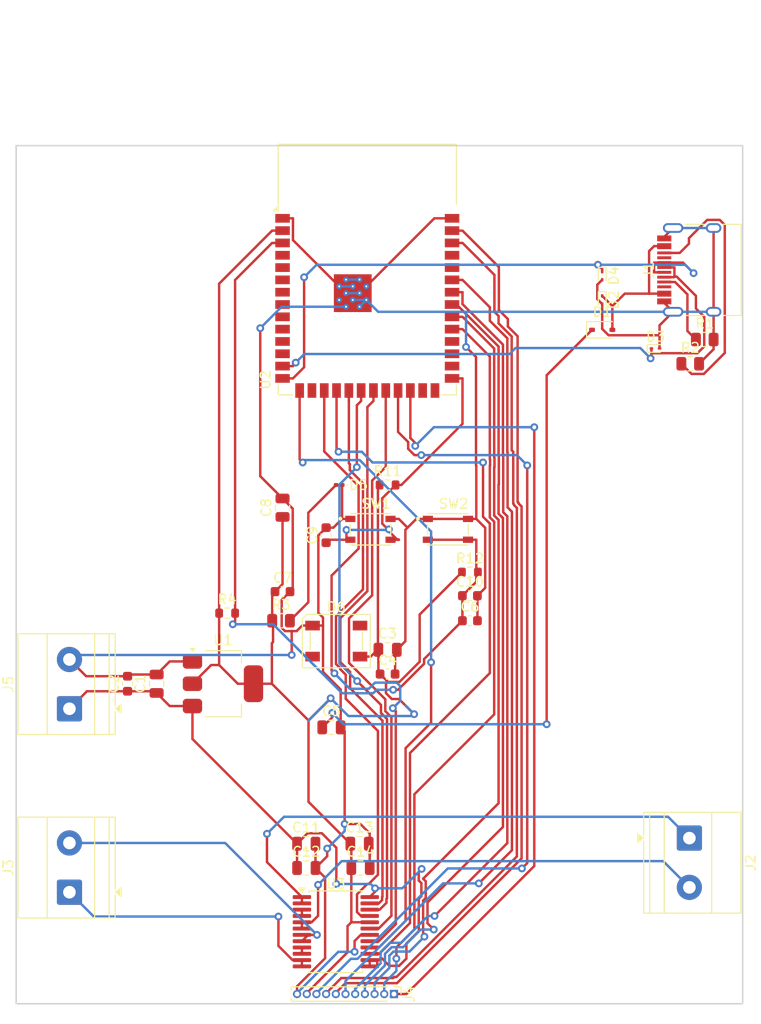
<source format=kicad_pcb>
(kicad_pcb (version 20241229) (generator "pcbnew") (generator_version "9.0")
  (layers (0 "F.Cu" signal) (2 "B.Cu" signal) (13 "F.Paste" user) (15 "B.Paste" user) (5 "F.SilkS" user "F.Silkscreen") (7 "B.SilkS" user "B.Silkscreen") (1 "F.Mask" user) (3 "B.Mask" user) (25 "Edge.Cuts" user))
  (net 0 "")
  (net 1 "D-")
  (net 2 "Net-(D1-A)")
  (net 3 "GPIO0")
  (net 4 "Net-(D5-A)")
  (net 6 "Net-(J1-CC2)")
  (net 7 "Net-(J1-CC1)")
  (net 9 "CHIP_PU")
  (net 10 "D+")
  (net 12 "VCC_BAT_7V4")
  (net 13 "GND")
  (net 14 "Net-(J2-Pin_2)")
  (net 15 "VCC_5V")
  (net 16 "ESP_3V3")
  (net 17 "RGB")
  (net 20 "Net-(J2-Pin_1)")
  (net 22 "Net-(J3-Pin_2)")
  (net 23 "Net-(J3-Pin_1)")
  (net 24 "SENS_D4")
  (net 30 "SENS_D2")
  (net 31 "SENS_D5")
  (net 35 "SENS_D1")
  (net 36 "SENS_D3")
  (net 37 "SENS_D7")
  (net 39 "SENS_IR")
  (net 41 "SENS_D6")
  (net 42 "SENS_D0")
  (net 43 "BIN1")
  (net 45 "AIN1")
  (net 48 "STBY")
  (net 49 "PWMA")
  (net 51 "BIN2")
  (net 52 "PWMB")
  (net 53 "AIN2")
  (net 54 "Net-(U3-PGND1-Pad3)")
  (net 55 "Net-(U3-PGND2-Pad10)")
  (footprint "TerminalBlock_Phoenix:TerminalBlock_Phoenix_MKDS-1,5-2-5.08_1x02_P5.08mm_Horizontal" (layer "F.Cu") (at 58 99 90)
    (property "Reference" "J3")
    (property "Value" "Motor 2")
  )
  (footprint "Package_SO:SSOP-24_5.3x8.2mm_P0.65mm" (layer "F.Cu") (at 85.5 103.075)
    (property "Reference" "U3")
    (property "Value" "TB6612FNG")
  )
  (footprint "Resistor_SMD:R_0805_2012Metric" (layer "F.Cu") (at 123.5875 42)
    (property "Reference" "R1")
    (property "Value" "5k1")
  )
  (footprint "Diode_SMD:D_SOD-323" (layer "F.Cu") (at 113 41)
    (property "Reference" "D1")
    (property "Value" "1N5819WS")
  )
  (footprint "Connector_PinHeader_1.00mm:PinHeader_1x11_P1.00mm_Vertical" (layer "F.Cu") (at 91.5 109.5 -90)
    (property "Reference" "J4")
    (property "Value" "SENSOR")
  )
  (footprint "Capacitor_SMD:C_0805_2012Metric" (layer "F.Cu") (at 88.05 96.5)
    (property "Reference" "C14")
    (property "Value" "10µF")
  )
  (footprint "Connector_USB:USB_C_Receptacle_HRO_TYPE-C-31-M-12" (layer "F.Cu") (at 123.45 34.82 90)
    (property "Reference" "J1")
    (property "Value" "USB_C_Receptacle_USB2.0_16P")
  )
  (footprint "PTS810_SJM_250_SMTR_LFS:SW_PTS810_SJM_250_SMTR_LFS" (layer "F.Cu") (at 97.075 61.575)
    (property "Reference" "SW2")
    (property "Value" "RST")
  )
  (footprint "Diode_SMD:D_SOD-923" (layer "F.Cu") (at 118.5 42.92)
    (property "Reference" "D3")
    (property "Value" "ESD9B5.0ST5G")
  )
  (footprint "RF_Module:ESP32-S3-WROOM-1" (layer "F.Cu") (at 88.75 34.76)
    (property "Reference" "U2")
    (property "Value" "ESP32-S3-WROOM-1")
  )
  (footprint "Capacitor_SMD:C_0805_2012Metric" (layer "F.Cu") (at 67 77.5 90)
    (property "Reference" "C1")
    (property "Value" "10µF")
  )
  (footprint "Capacitor_SMD:C_0603_1608Metric" (layer "F.Cu") (at 99.3406 68.4203)
    (property "Reference" "C10")
    (property "Value" "0.1µF")
  )
  (footprint "Diode_SMD:D_SOD-923" (layer "F.Cu") (at 113 37.92 -90)
    (property "Reference" "D2")
    (property "Value" "ESD9B5.0ST5G")
  )
  (footprint "Capacitor_SMD:C_0603_1608Metric" (layer "F.Cu") (at 64 77.5 90)
    (property "Reference" "C2")
    (property "Value" "0.1µF")
  )
  (footprint "Capacitor_SMD:C_0603_1608Metric" (layer "F.Cu") (at 90.845 76.5)
    (property "Reference" "C4")
    (property "Value" "0.1µF")
  )
  (footprint "Capacitor_SMD:C_0805_2012Metric" (layer "F.Cu") (at 87.95 94)
    (property "Reference" "C13")
    (property "Value" "0.1µF")
  )
  (footprint "Capacitor_SMD:C_0805_2012Metric" (layer "F.Cu") (at 85.05 82)
    (property "Reference" "C5")
    (property "Value" "10µF")
  )
  (footprint "LED_SMD:LED_0201_0603Metric" (layer "F.Cu") (at 85.845 57 180)
    (property "Reference" "D5")
    (property "Value" "PWR LED")
  )
  (footprint "Capacitor_SMD:C_0603_1608Metric" (layer "F.Cu") (at 80 68)
    (property "Reference" "C7")
    (property "Value" "0.1µF")
  )
  (footprint "Resistor_SMD:R_0805_2012Metric" (layer "F.Cu") (at 79.845 71)
    (property "Reference" "R3")
    (property "Value" "75")
  )
  (footprint "Capacitor_SMD:C_0603_1608Metric" (layer "F.Cu") (at 84.5 62.18 90)
    (property "Reference" "C9")
    (property "Value" "0.1µF")
  )
  (footprint "TerminalBlock_Phoenix:TerminalBlock_Phoenix_MKDS-1,5-2-5.08_1x02_P5.08mm_Horizontal" (layer "F.Cu") (at 122 93.42 -90)
    (property "Reference" "J2")
    (property "Value" "Motor 1")
  )
  (footprint "Capacitor_SMD:C_0805_2012Metric" (layer "F.Cu") (at 82.45 96.5)
    (property "Reference" "C12")
    (property "Value" "10µF")
  )
  (footprint "Resistor_SMD:R_0805_2012Metric" (layer "F.Cu") (at 122.0875 44.5)
    (property "Reference" "R2")
    (property "Value" "5k1")
  )
  (footprint "Resistor_SMD:R_0603_1608Metric" (layer "F.Cu") (at 90.845 57)
    (property "Reference" "R11")
    (property "Value" "10k")
  )
  (footprint "PTS810_SJM_250_SMTR_LFS:SW_PTS810_SJM_250_SMTR_LFS" (layer "F.Cu") (at 89.075 61.575)
    (property "Reference" "SW1")
    (property "Value" "BOOT")
  )
  (footprint "TerminalBlock_Phoenix:TerminalBlock_Phoenix_MKDS-1,5-2-5.08_1x02_P5.08mm_Horizontal" (layer "F.Cu") (at 58 80.08 90)
    (property "Reference" "J5")
    (property "Value" "BAT")
  )
  (footprint "Capacitor_SMD:C_0603_1608Metric" (layer "F.Cu") (at 99.345 71)
    (property "Reference" "C6")
    (property "Value" "1µF")
  )
  (footprint "Capacitor_SMD:C_0805_2012Metric" (layer "F.Cu") (at 90.845 74)
    (property "Reference" "C3")
    (property "Value" "10µF")
  )
  (footprint "Resistor_SMD:R_0603_1608Metric" (layer "F.Cu") (at 74.28 70.22)
    (property "Reference" "R4")
    (property "Value" "10k")
  )
  (footprint "Capacitor_SMD:C_0805_2012Metric" (layer "F.Cu") (at 80 59.345 90)
    (property "Reference" "C8")
    (property "Value" "10µF")
  )
  (footprint "Package_TO_SOT_SMD:SOT-223-3_TabPin2" (layer "F.Cu") (at 73.85 77.5)
    (property "Reference" "U1")
    (property "Value" "AMS1117-3.3")
  )
  (footprint "Resistor_SMD:R_0603_1608Metric" (layer "F.Cu") (at 99.345 66)
    (property "Reference" "R12")
    (property "Value" "10k")
  )
  (footprint "LED_SMD:LED_SK6812_PLCC4_5.0x5.0mm_P3.2mm" (layer "F.Cu") (at 85.55 73.1)
    (property "Reference" "D6")
    (property "Value" "SK6812")
  )
  (footprint "Diode_SMD:D_SOD-923" (layer "F.Cu") (at 113 35.42 -90)
    (property "Reference" "D4")
    (property "Value" "ESD9B5.0ST5G")
  )
  (footprint "Capacitor_SMD:C_0805_2012Metric" (layer "F.Cu") (at 82.45 94)
    (property "Reference" "C11")
    (property "Value" "0.1µF")
  )
  (gr_rect (start 52.5 22) (end 127.5 110.5) (stroke (width 0.15)) (fill no) (layer "Edge.Cuts"))
  (segment (start 120.4567 35.5131) (end 120.4567 34.57) (width 0.25) (layer "F.Cu") (net 1))
  (segment (start 122.8341 43.4121) (end 123.5332 42.713) (width 0.25) (layer "F.Cu") (net 1))
  (segment (start 122.675 37.5008) (end 120.6873 35.5131) (width 0.25) (layer "F.Cu") (net 1))
  (segment (start 123.5332 39.6529) (end 122.675 38.7947) (width 0.25) (layer "F.Cu") (net 1))
  (segment (start 119.405 35.57) (end 120.3998 35.57) (width 0.25) (layer "F.Cu") (net 1))
  (segment (start 119.405 34.57) (end 120.4567 34.57) (width 0.25) (layer "F.Cu") (net 1))
  (segment (start 123.5332 42.713) (end 123.5332 39.6529) (width 0.25) (layer "F.Cu") (net 1))
  (segment (start 120.6873 35.5131) (end 120.4567 35.5131) (width 0.25) (layer "F.Cu") (net 1))
  (segment (start 80 44.74) (end 81.0767 44.74) (width 0.25) (layer "F.Cu") (net 1))
  (segment (start 120.3998 35.57) (end 120.4567 35.5131) (width 0.25) (layer "F.Cu") (net 1))
  (segment (start 118.08 43.4121) (end 122.8341 43.4121) (width 0.25) (layer "F.Cu") (net 1))
  (segment (start 81.0767 44.6653) (end 81.3587 44.3833) (width 0.25) (layer "F.Cu") (net 1))
  (segment (start 117.9969 43.9444) (end 118.08 43.8613) (width 0.25) (layer "F.Cu") (net 1))
  (segment (start 81.0767 44.74) (end 81.0767 44.6653) (width 0.25) (layer "F.Cu") (net 1))
  (segment (start 122.675 38.7947) (end 122.675 37.5008) (width 0.25) (layer "F.Cu") (net 1))
  (segment (start 118.08 43.4121) (end 118.08 42.92) (width 0.25) (layer "F.Cu") (net 1))
  (segment (start 118.08 43.8613) (end 118.08 43.4121) (width 0.25) (layer "F.Cu") (net 1))
  (via (at 81.3587 44.3833) (size 0.8) (drill 0.4) (layers "F.Cu" "B.Cu") (net 1))
  (via (at 117.9969 43.9444) (size 0.8) (drill 0.4) (layers "F.Cu" "B.Cu") (net 1))
  (segment (start 104.0436 42.88) (end 103.4271 43.4965) (width 0.25) (layer "B.Cu") (net 1))
  (segment (start 117.9969 43.9444) (end 116.9325 42.88) (width 0.25) (layer "B.Cu") (net 1))
  (segment (start 103.4271 43.4965) (end 82.2455 43.4965) (width 0.25) (layer "B.Cu") (net 1))
  (segment (start 116.9325 42.88) (end 104.0436 42.88) (width 0.25) (layer "B.Cu") (net 1))
  (segment (start 82.2455 43.4965) (end 81.3587 44.3833) (width 0.25) (layer "B.Cu") (net 1))
  (segment (start 117.8426 32.8807) (end 118.3533 32.37) (width 0.25) (layer "F.Cu") (net 2))
  (segment (start 115.33 37.27) (end 117.8426 37.27) (width 0.25) (layer "F.Cu") (net 2))
  (segment (start 114.05 38.55) (end 115.33 37.27) (width 0.25) (layer "F.Cu") (net 2))
  (segment (start 114.05 38.55) (end 113 37.5) (width 0.25) (layer "F.Cu") (net 2))
  (segment (start 117.8426 37.27) (end 119.405 37.27) (width 0.25) (layer "F.Cu") (net 2))
  (segment (start 114.05 41) (end 114.05 38.55) (width 0.25) (layer "F.Cu") (net 2))
  (segment (start 117.8426 37.27) (end 117.8426 32.8807) (width 0.25) (layer "F.Cu") (net 2))
  (segment (start 119.405 32.37) (end 118.3533 32.37) (width 0.25) (layer "F.Cu") (net 2))
  (segment (start 92.0002 62.6483) (end 91.9621 62.6102) (width 0.25) (layer "F.Cu") (net 3))
  (segment (start 90.9753 61.575) (end 90.8773 61.575) (width 0.25) (layer "F.Cu") (net 3))
  (segment (start 86.6005 62.65) (end 86.6005 61.6344) (width 0.25) (layer "F.Cu") (net 3))
  (segment (start 92.2671 57) (end 98.5767 50.6904) (width 0.25) (layer "F.Cu") (net 3))
  (segment (start 97.5 46.01) (end 98.5767 46.01) (width 0.25) (layer "F.Cu") (net 3))
  (segment (start 98.5767 50.6904) (end 98.5767 46.01) (width 0.25) (layer "F.Cu") (net 3))
  (segment (start 92.0017 62.65) (end 92.0017 62.6499) (width 0.25) (layer "F.Cu") (net 3))
  (segment (start 90.8773 61.575) (end 90.2983 60.996) (width 0.25) (layer "F.Cu") (net 3))
  (segment (start 84.805 62.65) (end 86.6005 62.65) (width 0.25) (layer "F.Cu") (net 3))
  (segment (start 91.8146 62.6102) (end 90.9753 61.7709) (width 0.25) (layer "F.Cu") (net 3))
  (segment (start 84.5 62.955) (end 84.805 62.65) (width 0.25) (layer "F.Cu") (net 3))
  (segment (start 92.0017 62.6499) (end 92.0002 62.6484) (width 0.25) (layer "F.Cu") (net 3))
  (segment (start 90.2983 58.3717) (end 91.67 57) (width 0.25) (layer "F.Cu") (net 3))
  (segment (start 90.2983 60.996) (end 90.2983 58.3717) (width 0.25) (layer "F.Cu") (net 3))
  (segment (start 91.9621 62.6102) (end 91.8146 62.6102) (width 0.25) (layer "F.Cu") (net 3))
  (segment (start 92.0002 62.6484) (end 92.0002 62.6483) (width 0.25) (layer "F.Cu") (net 3))
  (segment (start 90.9753 61.7709) (end 90.9753 61.575) (width 0.25) (layer "F.Cu") (net 3))
  (segment (start 91.67 57) (end 92.2671 57) (width 0.25) (layer "F.Cu") (net 3))
  (segment (start 91.15 62.65) (end 92.0017 62.65) (width 0.25) (layer "F.Cu") (net 3))
  (segment (start 86.6005 62.65) (end 87 62.65) (width 0.25) (layer "F.Cu") (net 3))
  (via (at 90.9753 61.575) (size 0.8) (drill 0.4) (layers "F.Cu" "B.Cu") (net 3))
  (via (at 86.6005 61.6344) (size 0.8) (drill 0.4) (layers "F.Cu" "B.Cu") (net 3))
  (segment (start 90.9159 61.6344) (end 90.9753 61.575) (width 0.25) (layer "B.Cu") (net 3))
  (segment (start 86.6005 61.6344) (end 90.9159 61.6344) (width 0.25) (layer "B.Cu") (net 3))
  (segment (start 82.661 69.0965) (end 82.661 59.864) (width 0.25) (layer "F.Cu") (net 4))
  (segment (start 80.7575 71) (end 82.661 69.0965) (width 0.25) (layer "F.Cu") (net 4))
  (segment (start 82.661 59.864) (end 85.525 57) (width 0.25) (layer "F.Cu") (net 4))
  (segment (start 125.6542 43.3847) (end 125.6542 30.1802) (width 0.25) (layer "F.Cu") (net 6))
  (segment (start 123.4923 45.5466) (end 125.6542 43.3847) (width 0.25) (layer "F.Cu") (net 6))
  (segment (start 125.1357 29.6617) (end 123.8435 29.6617) (width 0.25) (layer "F.Cu") (net 6))
  (segment (start 122.2216 45.5466) (end 123.4923 45.5466) (width 0.25) (layer "F.Cu") (net 6))
  (segment (start 121.0048 33.07) (end 119.405 33.07) (width 0.25) (layer "F.Cu") (net 6))
  (segment (start 125.6542 30.1802) (end 125.1357 29.6617) (width 0.25) (layer "F.Cu") (net 6))
  (segment (start 121.9538 32.121) (end 121.0048 33.07) (width 0.25) (layer "F.Cu") (net 6))
  (segment (start 123.8435 29.6617) (end 121.9538 31.5514) (width 0.25) (layer "F.Cu") (net 6))
  (segment (start 121.9538 31.5514) (end 121.9538 32.121) (width 0.25) (layer "F.Cu") (net 6))
  (segment (start 121.175 44.5) (end 122.2216 45.5466) (width 0.25) (layer "F.Cu") (net 6))
  (segment (start 121.7973 41.1223) (end 122.675 42) (width 0.25) (layer "F.Cu") (net 7))
  (segment (start 119.405 36.07) (end 120.5214 36.07) (width 0.25) (layer "F.Cu") (net 7))
  (segment (start 121.7973 37.3459) (end 121.7973 41.1223) (width 0.25) (layer "F.Cu") (net 7))
  (segment (start 120.5214 36.07) (end 121.7973 37.3459) (width 0.25) (layer "F.Cu") (net 7))
  (segment (start 78.9233 32.04) (end 75.105 35.8583) (width 0.25) (layer "F.Cu") (net 9))
  (segment (start 100.0017 62.65) (end 100.0017 65.6252) (width 0.25) (layer "F.Cu") (net 9))
  (segment (start 98.57 68.4247) (end 98.57 71) (width 0.25) (layer "F.Cu") (net 9))
  (segment (start 100.0017 65.8317) (end 100.17 66) (width 0.25) (layer "F.Cu") (net 9))
  (segment (start 75.105 71.1236) (end 75.105 70.22) (width 0.25) (layer "F.Cu") (net 9))
  (segment (start 94.6107 74.9593) (end 94.6107 75.4391) (width 0.25) (layer "F.Cu") (net 9))
  (segment (start 75.105 35.8583) (end 75.105 70.22) (width 0.25) (layer "F.Cu") (net 9))
  (segment (start 98.5656 68.4203) (end 100.0017 66.9842) (width 0.25) (layer "F.Cu") (net 9))
  (segment (start 91.928 78.1218) (end 91.4174 78.1218) (width 0.25) (layer "F.Cu") (net 9))
  (segment (start 100.0017 65.6252) (end 100.0017 65.8317) (width 0.25) (layer "F.Cu") (net 9))
  (segment (start 98.5656 68.4203) (end 98.57 68.4247) (width 0.25) (layer "F.Cu") (net 9))
  (segment (start 98.57 71) (end 94.6107 74.9593) (width 0.25) (layer "F.Cu") (net 9))
  (segment (start 94.6107 75.4391) (end 91.928 78.1218) (width 0.25) (layer "F.Cu") (net 9))
  (segment (start 74.8637 71.3649) (end 75.105 71.1236) (width 0.25) (layer "F.Cu") (net 9))
  (segment (start 99.15 62.65) (end 100.0017 62.65) (width 0.25) (layer "F.Cu") (net 9))
  (segment (start 80 32.04) (end 78.9233 32.04) (width 0.25) (layer "F.Cu") (net 9))
  (segment (start 99.15 62.65) (end 95 62.65) (width 0.25) (layer "F.Cu") (net 9))
  (segment (start 100.0017 66.9842) (end 100.0017 65.6252) (width 0.25) (layer "F.Cu") (net 9))
  (via (at 91.4174 78.1218) (size 0.8) (drill 0.4) (layers "F.Cu" "B.Cu") (net 9))
  (via (at 74.8637 71.3649) (size 0.8) (drill 0.4) (layers "F.Cu" "B.Cu") (net 9))
  (segment (start 89.3633 78.4783) (end 86.1431 78.4783) (width 0.25) (layer "B.Cu") (net 9))
  (segment (start 89.7198 78.1218) (end 91.4174 78.1218) (width 0.25) (layer "B.Cu") (net 9))
  (segment (start 89.5327 78.3089) (end 89.7198 78.1218) (width 0.25) (layer "B.Cu") (net 9))
  (segment (start 89.5327 78.3089) (end 89.3633 78.4783) (width 0.25) (layer "B.Cu") (net 9))
  (segment (start 89.5327 78.3089) (end 89.7198 78.1218) (width 0.25) (layer "B.Cu") (net 9))
  (segment (start 86.1431 78.4783) (end 79.0297 71.3649) (width 0.25) (layer "B.Cu") (net 9))
  (segment (start 79.0297 71.3649) (end 74.8637 71.3649) (width 0.25) (layer "B.Cu") (net 9))
  (segment (start 118.3533 34.07) (end 118.3533 35.07) (width 0.25) (layer "F.Cu") (net 10))
  (segment (start 82.2264 44.8603) (end 82.2264 35.5765) (width 0.25) (layer "F.Cu") (net 10))
  (segment (start 119.405 34.07) (end 118.3533 34.07) (width 0.25) (layer "F.Cu") (net 10))
  (segment (start 119.405 35.07) (end 118.3533 35.07) (width 0.25) (layer "F.Cu") (net 10))
  (segment (start 113 35) (end 113 34.7336) (width 0.25) (layer "F.Cu") (net 10))
  (segment (start 81.0767 46.01) (end 82.2264 44.8603) (width 0.25) (layer "F.Cu") (net 10))
  (segment (start 122.4327 35.1542) (end 121.3485 34.07) (width 0.25) (layer "F.Cu") (net 10))
  (segment (start 80 46.01) (end 81.0767 46.01) (width 0.25) (layer "F.Cu") (net 10))
  (segment (start 113 34.7336) (end 112.5577 34.2913) (width 0.25) (layer "F.Cu") (net 10))
  (segment (start 121.3485 34.07) (end 119.405 34.07) (width 0.25) (layer "F.Cu") (net 10))
  (via (at 112.5577 34.2913) (size 0.8) (drill 0.4) (layers "F.Cu" "B.Cu") (net 10))
  (via (at 82.2264 35.5765) (size 0.8) (drill 0.4) (layers "F.Cu" "B.Cu") (net 10))
  (via (at 122.4327 35.1542) (size 0.8) (drill 0.4) (layers "F.Cu" "B.Cu") (net 10))
  (segment (start 83.5116 34.2913) (end 112.5577 34.2913) (width 0.25) (layer "B.Cu") (net 10))
  (segment (start 121.5698 34.2913) (end 122.4327 35.1542) (width 0.25) (layer "B.Cu") (net 10))
  (segment (start 82.2264 35.5765) (end 83.5116 34.2913) (width 0.25) (layer "B.Cu") (net 10))
  (segment (start 112.5577 34.2913) (end 121.5698 34.2913) (width 0.25) (layer "B.Cu") (net 10))
  (segment (start 84.0586 92.9189) (end 82.5811 92.9189) (width 0.25) (layer "F.Cu") (net 12))
  (segment (start 70.7 79.8) (end 70.7 83.2) (width 0.25) (layer "F.Cu") (net 12))
  (segment (start 90.09 105.8253) (end 89.7774 106.1379) (width 0.25) (layer "F.Cu") (net 12))
  (segment (start 89 99.5) (end 89.5488 98.9512) (width 0.25) (layer "F.Cu") (net 12))
  (segment (start 82.5811 92.9189) (end 81.5 94) (width 0.25) (layer "F.Cu") (net 12))
  (segment (start 94.0675 97.7955) (end 94.3321 98.0601) (width 0.25) (layer "F.Cu") (net 12))
  (segment (start 94.0675 97.7955) (end 94.0633 97.7913) (width 0.25) (layer "F.Cu") (net 12))
  (segment (start 85.5564 98.1531) (end 85.5564 94.4167) (width 0.25) (layer "F.Cu") (net 12))
  (segment (start 91.0269 106.5891) (end 90.2631 105.8253) (width 0.25) (layer "F.Cu") (net 12))
  (segment (start 70.7 83.2) (end 81.5 94) (width 0.25) (layer "F.Cu") (net 12))
  (segment (start 89.5488 98.9512) (end 89.5488 98.5989) (width 0.25) (layer "F.Cu") (net 12))
  (segment (start 92.0385 106.5891) (end 91.0269 106.5891) (width 0.25) (layer "F.Cu") (net 12))
  (segment (start 94.0633 99.6793) (end 94.0633 103.0155) (width 0.25) (layer "F.Cu") (net 12))
  (segment (start 89.7775 106.608) (end 89.7355 106.65) (width 0.25) (layer "F.Cu") (net 12))
  (segment (start 89.7355 106.65) (end 89 106.65) (width 0.25) (layer "F.Cu") (net 12))
  (segment (start 64 78.275) (end 66.825 78.275) (width 0.25) (layer "F.Cu") (net 12))
  (segment (start 66.825 78.275) (end 67 78.45) (width 0.25) (layer "F.Cu") (net 12))
  (segment (start 64 78.275) (end 59.805 78.275) (width 0.25) (layer "F.Cu") (net 12))
  (segment (start 81.5 96.5) (end 81.5 94) (width 0.25) (layer "F.Cu") (net 12))
  (segment (start 89 106.65) (end 89 106) (width 0.25) (layer "F.Cu") (net 12))
  (segment (start 89.7774 106.1379) (end 89.7774 106.5121) (width 0.25) (layer "F.Cu") (net 12))
  (segment (start 89.7775 106.5122) (end 89.7775 106.608) (width 0.25) (layer "F.Cu") (net 12))
  (segment (start 68.35 79.8) (end 70.7 79.8) (width 0.25) (layer "F.Cu") (net 12))
  (segment (start 94.3321 99.4105) (end 94.0633 99.6793) (width 0.25) (layer "F.Cu") (net 12))
  (segment (start 94.0633 97.7913) (end 94.0633 96.8957) (width 0.25) (layer "F.Cu") (net 12))
  (segment (start 59.805 78.275) (end 58 80.08) (width 0.25) (layer "F.Cu") (net 12))
  (segment (start 89.7774 106.5121) (end 89.7775 106.5122) (width 0.25) (layer "F.Cu") (net 12))
  (segment (start 92.7866 104.2922) (end 92.7866 105.841) (width 0.25) (layer "F.Cu") (net 12))
  (segment (start 94.3321 98.0601) (end 94.3321 99.4105) (width 0.25) (layer "F.Cu") (net 12))
  (segment (start 67 78.45) (end 68.35 79.8) (width 0.25) (layer "F.Cu") (net 12))
  (segment (start 94.0633 103.0155) (end 92.7866 104.2922) (width 0.25) (layer "F.Cu") (net 12))
  (segment (start 94.0675 97.7955) (end 94.0633 97.7913) (width 0.25) (layer "F.Cu") (net 12))
  (segment (start 85.5564 94.4167) (end 84.0586 92.9189) (width 0.25) (layer "F.Cu") (net 12))
  (segment (start 94.0633 96.8957) (end 94.3624 96.5966) (width 0.25) (layer "F.Cu") (net 12))
  (segment (start 90.2631 105.8253) (end 90.09 105.8253) (width 0.25) (layer "F.Cu") (net 12))
  (segment (start 92.7866 105.841) (end 92.0385 106.5891) (width 0.25) (layer "F.Cu") (net 12))
  (via (at 94.3624 96.5966) (size 0.8) (drill 0.4) (layers "F.Cu" "B.Cu") (net 12))
  (via (at 85.5564 98.1531) (size 0.8) (drill 0.4) (layers "F.Cu" "B.Cu") (net 12))
  (via (at 89.5488 98.5989) (size 0.8) (drill 0.4) (layers "F.Cu" "B.Cu") (net 12))
  (segment (start 89.1081 98.1531) (end 89.5495 98.5945) (width 0.25) (layer "B.Cu") (net 12))
  (segment (start 92.3645 98.5945) (end 89.5495 98.5945) (width 0.25) (layer "B.Cu") (net 12))
  (segment (start 89.5495 98.5945) (end 89.5495 98.5982) (width 0.25) (layer "B.Cu") (net 12))
  (segment (start 89.5495 98.5982) (end 89.5488 98.5989) (width 0.25) (layer "B.Cu") (net 12))
  (segment (start 85.5564 98.1531) (end 89.1081 98.1531) (width 0.25) (layer "B.Cu") (net 12))
  (segment (start 94.3624 96.5966) (end 92.3645 98.5945) (width 0.25) (layer "B.Cu") (net 12))
  (segment (start 64 76.725) (end 64.175 76.55) (width 0.25) (layer "F.Cu") (net 13))
  (segment (start 67 76.55) (end 68.35 75.2) (width 0.25) (layer "F.Cu") (net 13))
  (segment (start 112.4937 36.3463) (end 112.4937 37.8337) (width 0.25) (layer "F.Cu") (net 13))
  (segment (start 87.95 38.62) (end 87.95 37.22) (width 0.25) (layer "F.Cu") (net 13))
  (segment (start 91.62 74.175) (end 91.795 74) (width 0.25) (layer "F.Cu") (net 13))
  (segment (start 86.1483 57.0167) (end 86.1483 60.5) (width 0.25) (layer "F.Cu") (net 13))
  (segment (start 84.6093 95.2907) (end 83.4 96.5) (width 0.25) (layer "F.Cu") (net 13))
  (segment (start 92.9051 61.4033) (end 92.6797 61.6287) (width 0.25) (layer "F.Cu") (net 13))
  (segment (start 124.5 43) (end 123 44.5) (width 0.25) (layer "F.Cu") (net 13))
  (segment (start 118.92 40.54) (end 118.92 41.5612) (width 0.25) (layer "F.Cu") (net 13))
  (segment (start 99.9729 43.8008) (end 99.9729 54.9802) (width 0.25) (layer "F.Cu") (net 13))
  (segment (start 92.2838 73.5112) (end 91.795 74) (width 0.25) (layer "F.Cu") (net 13))
  (segment (start 100.0017 60.5) (end 100.9217 61.42) (width 0.25) (layer "F.Cu") (net 13))
  (segment (start 84.5 61.405) (end 83.6955 62.2095) (width 0.25) (layer "F.Cu") (net 13))
  (segment (start 84.6093 94.4973) (end 84.6093 95.2907) (width 0.25) (layer "F.Cu") (net 13))
  (segment (start 84.1767 76.2743) (end 86 78.0976) (width 0.25) (layer "F.Cu") (net 13))
  (segment (start 58 75) (end 59.725 76.725) (width 0.25) (layer "F.Cu") (net 13))
  (segment (start 112.4937 37.8337) (end 113 38.34) (width 0.25) (layer "F.Cu") (net 13))
  (segment (start 91.62 76.5) (end 91.62 74.175) (width 0.25) (layer "F.Cu") (net 13))
  (segment (start 81.0527 59.4477) (end 81.0527 67.7223) (width 0.25) (layer "F.Cu") (net 13))
  (segment (start 100.9217 61.42) (end 100.9217 67.6142) (width 0.25) (layer "F.Cu") (net 13))
  (segment (start 87.4383 104.033) (end 88.0713 103.4) (width 0.25) (layer "F.Cu") (net 13))
  (segment (start 118.92 41.5612) (end 113.6587 41.5612) (width 0.25) (layer "F.Cu") (net 13))
  (segment (start 99.9729 54.9802) (end 100.0017 55.009) (width 0.25) (layer "F.Cu") (net 13))
  (segment (start 80.2525 72.0729) (end 80.9471 72.0729) (width 0.25) (layer "F.Cu") (net 13))
  (segment (start 83.1 71.5) (end 84.1767 71.5) (width 0.25) (layer "F.Cu") (net 13))
  (segment (start 85.2433 61.405) (end 84.5 61.405) (width 0.25) (layer "F.Cu") (net 13))
  (segment (start 91.15 60.5) (end 92.0017 60.5) (width 0.25) (layer "F.Cu") (net 13))
  (segment (start 89 95.3) (end 89 96.5) (width 0.25) (layer "F.Cu") (net 13))
  (segment (start 86.413 91.9618) (end 86.413 82.413) (width 0.25) (layer "F.Cu") (net 13))
  (segment (start 95.67 29.5) (end 88.65 36.52) (width 0.25) (layer "F.Cu") (net 13))
  (segment (start 83.1 71.5) (end 82.0233 71.5) (width 0.25) (layer "F.Cu") (net 13))
  (segment (start 89 92.9319) (end 89 95.3) (width 0.25) (layer "F.Cu") (net 13))
  (segment (start 89 94.1) (end 89 95.3) (width 0.25) (layer "F.Cu") (net 13))
  (segment (start 118.92 42.92) (end 118.92 41.5612) (width 0.25) (layer "F.Cu") (net 13))
  (segment (start 93.8084 60.5) (end 92.9051 61.4033) (width 0.25) (layer "F.Cu") (net 13))
  (segment (start 80.9471 72.0729) (end 81.4504 72.0729) (width 0.25) (layer "F.Cu") (net 13))
  (segment (start 83.6955 70.1921) (end 84.1767 70.6733) (width 0.25) (layer "F.Cu") (net 13))
  (segment (start 59.725 76.725) (end 64 76.725) (width 0.25) (layer "F.Cu") (net 13))
  (segment (start 120.32 30.5) (end 119.405 31.415) (width 0.25) (layer "F.Cu") (net 13))
  (segment (start 84.3958 97.4958) (end 83.4 96.5) (width 0.25) (layer "F.Cu") (net 13))
  (segment (start 99.15 60.5) (end 100.0017 60.5) (width 0.25) (layer "F.Cu") (net 13))
  (segment (start 92.6797 73.1132) (end 92.2838 73.5091) (width 0.25) (layer "F.Cu") (net 13))
  (segment (start 64.175 76.55) (end 67 76.55) (width 0.25) (layer "F.Cu") (net 13))
  (segment (start 86.55 37.22) (end 86.55 38.62) (width 0.25) (layer "F.Cu") (net 13))
  (segment (start 95 60.5) (end 99.15 60.5) (width 0.25) (layer "F.Cu") (net 13))
  (segment (start 86 78.0976) (end 86 82) (width 0.25) (layer "F.Cu") (net 13))
  (segment (start 86.413 91.9618) (end 88.0299 91.9618) (width 0.25) (layer "F.Cu") (net 13))
  (segment (start 83.4 94) (end 83.4 96.5) (width 0.25) (layer "F.Cu") (net 13))
  (segment (start 119.405 38.225) (end 119.405 38.07) (width 0.25) (layer "F.Cu") (net 13))
  (segment (start 85.85 36.52) (end 85.85 37.92) (width 0.25) (layer "F.Cu") (net 13))
  (segment (start 92.0017 60.5) (end 92.9051 61.4033) (width 0.25) (layer "F.Cu") (net 13))
  (segment (start 113 35.84) (end 112.4937 36.3463) (width 0.25) (layer "F.Cu") (net 13))
  (segment (start 87.25 37.92) (end 87.25 37.22) (width 0.25) (layer "F.Cu") (net 13))
  (segment (start 81.4504 72.0729) (end 82.0233 71.5) (width 0.25) (layer "F.Cu") (net 13))
  (segment (start 124.5 42) (end 124.5 43) (width 0.25) (layer "F.Cu") (net 13))
  (segment (start 80 58.395) (end 81.0527 59.4477) (width 0.25) (layer "F.Cu") (net 13))
  (segment (start 92.6797 61.6287) (end 92.6797 73.1132) (width 0.25) (layer "F.Cu") (net 13))
  (segment (start 98.9418 42.7697) (end 99.9729 43.8008) (width 0.25) (layer "F.Cu") (net 13))
  (segment (start 84.3958 105.8083) (end 84.3958 97.4958) (width 0.25) (layer "F.Cu") (net 13))
  (segment (start 81.0767 31.7467) (end 85.85 36.52) (width 0.25) (layer "F.Cu") (net 13))
  (segment (start 86.165 57) (end 86.1483 57.0167) (width 0.25) (layer "F.Cu") (net 13))
  (segment (start 87.25 36.52) (end 87.25 37.22) (width 0.25) (layer "F.Cu") (net 13))
  (segment (start 87.4383 105.1445) (end 87.4383 104.033) (width 0.25) (layer "F.Cu") (net 13))
  (segment (start 79.9134 68.8616) (end 79.9134 71.7338) (width 0.25) (layer "F.Cu") (net 13))
  (segment (start 68.35 75.2) (end 70.7 75.2) (width 0.25) (layer "F.Cu") (net 13))
  (segment (start 87 60.5) (end 86.1483 60.5) (width 0.25) (layer "F.Cu") (net 13))
  (segment (start 80.775 68) (end 79.9134 68.8616) (width 0.25) (layer "F.Cu") (net 13))
  (segment (start 97.5 29.5) (end 95.67 29.5) (width 0.25) (layer "F.Cu") (net 13))
  (segment (start 124.5 39.14) (end 124.5 42) (width 0.25) (layer "F.Cu") (net 13))
  (segment (start 84.1767 71.5) (end 84.1767 76.2743) (width 0.25) (layer "F.Cu") (net 13))
  (segment (start 87.95 35.82) (end 87.95 37.22) (width 0.25) (layer "F.Cu") (net 13))
  (segment (start 100.9217 67.6142) (end 100.1156 68.4203) (width 0.25) (layer "F.Cu") (net 13))
  (segment (start 81.5 109.5) (end 81.5 108.7041) (width 0.25) (layer "F.Cu") (net 13))
  (segment (start 77.6987 40.8306) (end 77.6987 56.0937) (width 0.25) (layer "F.Cu") (net 13))
  (segment (start 88.9 94) (end 89 94.1) (width 0.25) (layer "F.Cu") (net 13))
  (segment (start 83.6955 62.2095) (end 83.6955 70.1921) (width 0.25) (layer "F.Cu") (net 13))
  (segment (start 84.1767 70.6733) (end 84.1767 71.5) (width 0.25) (layer "F.Cu") (net 13))
  (segment (start 88.0299 91.9618) (end 89 92.9319) (width 0.25) (layer "F.Cu") (net 13))
  (segment (start 86.413 82.413) (end 86 82) (width 0.25) (layer "F.Cu") (net 13))
  (segment (start 113 40.9025) (end 113 38.34) (width 0.25) (layer "F.Cu") (net 13))
  (segment (start 88.0713 103.4) (end 89 103.4) (width 0.25) (layer "F.Cu") (net 13))
  (segment (start 100.1156 68.4203) (end 100.12 68.4247) (width 0.25) (layer "F.Cu") (net 13))
  (segment (start 88.65 36.52) (end 88.65 37.92) (width 0.25) (layer "F.Cu") (net 13))
  (segment (start 81.0527 67.7223) (end 80.775 68) (width 0.25) (layer "F.Cu") (net 13))
  (segment (start 119.405 31.415) (end 119.405 31.57) (width 0.25) (layer "F.Cu") (net 13))
  (segment (start 79.9134 71.7338) (end 80.2525 72.0729) (width 0.25) (layer "F.Cu") (net 13))
  (segment (start 80.9471 72.0729) (end 80.9471 74.5345) (width 0.25) (layer "F.Cu") (net 13))
  (segment (start 95 60.5) (end 93.8084 60.5) (width 0.25) (layer "F.Cu") (net 13))
  (segment (start 120.32 39.14) (end 119.405 38.225) (width 0.25) (layer "F.Cu") (net 13))
  (segment (start 81.0767 29.5) (end 81.0767 31.7467) (width 0.25) (layer "F.Cu") (net 13))
  (segment (start 100.0017 55.009) (end 100.0017 60.5) (width 0.25) (layer "F.Cu") (net 13))
  (segment (start 113.6587 41.5612) (end 113 40.9025) (width 0.25) (layer "F.Cu") (net 13))
  (segment (start 120.32 39.14) (end 118.92 40.54) (width 0.25) (layer "F.Cu") (net 13))
  (segment (start 92.2838 73.5091) (end 92.2838 73.5112) (width 0.25) (layer "F.Cu") (net 13))
  (segment (start 81.5 108.7041) (end 84.3958 105.8083) (width 0.25) (layer "F.Cu") (net 13))
  (segment (start 86.1483 60.5) (end 85.2433 61.405) (width 0.25) (layer "F.Cu") (net 13))
  (segment (start 77.6987 56.0937) (end 80 58.395) (width 0.25) (layer "F.Cu") (net 13))
  (segment (start 100.12 68.4247) (end 100.12 71) (width 0.25) (layer "F.Cu") (net 13))
  (segment (start 80 29.5) (end 81.0767 29.5) (width 0.25) (layer "F.Cu") (net 13))
  (segment (start 124.5 30.5) (end 124.5 39.14) (width 0.25) (layer "F.Cu") (net 13))
  (via (at 77.6987 40.8306) (size 0.8) (drill 0.4) (layers "F.Cu" "B.Cu") (net 13))
  (via (at 80.9471 74.5345) (size 0.8) (drill 0.4) (layers "F.Cu" "B.Cu") (net 13))
  (via (at 87.4383 105.1445) (size 0.8) (drill 0.4) (layers "F.Cu" "B.Cu") (net 13))
  (via (at 86.413 91.9618) (size 0.8) (drill 0.4) (layers "F.Cu" "B.Cu") (net 13))
  (via (at 84.6093 94.4973) (size 0.8) (drill 0.4) (layers "F.Cu" "B.Cu") (net 13))
  (via (at 98.9418 42.7697) (size 0.8) (drill 0.4) (layers "F.Cu" "B.Cu") (net 13))
  (segment (start 87.95 38.62) (end 88.65 37.92) (width 0.25) (layer "B.Cu") (net 13))
  (segment (start 86.413 92.6936) (end 86.413 91.9618) (width 0.25) (layer "B.Cu") (net 13))
  (segment (start 85.7579 105.1445) (end 87.4383 105.1445) (width 0.25) (layer "B.Cu") (net 13))
  (segment (start 98.9418 39.14) (end 98.9418 42.7697) (width 0.25) (layer "B.Cu") (net 13))
  (segment (start 98.9418 39.14) (end 89.87 39.14) (width 0.25) (layer "B.Cu") (net 13))
  (segment (start 124.5 39.14) (end 120.32 39.14) (width 0.25) (layer "B.Cu") (net 13))
  (segment (start 124.5 30.5) (end 120.32 30.5) (width 0.25) (layer "B.Cu") (net 13))
  (segment (start 86.55 35.82) (end 87.95 35.82) (width 0.25) (layer "B.Cu") (net 13))
  (segment (start 81.5 109.5) (end 81.5 109.4024) (width 0.25) (layer "B.Cu") (net 13))
  (segment (start 120.32 39.14) (end 98.9418 39.14) (width 0.25) (layer "B.Cu") (net 13))
  (segment (start 88.65 37.92) (end 87.25 37.92) (width 0.25) (layer "B.Cu") (net 13))
  (segment (start 87.95 37.22) (end 86.55 37.22) (width 0.25) (layer "B.Cu") (net 13))
  (segment (start 80.9471 74.5345) (end 58.4655 74.5345) (width 0.25) (layer "B.Cu") (net 13))
  (segment (start 58.4655 74.5345) (end 58 75) (width 0.25) (layer "B.Cu") (net 13))
  (segment (start 84.6093 94.4973) (end 86.413 92.6936) (width 0.25) (layer "B.Cu") (net 13))
  (segment (start 89.87 39.14) (end 88.65 37.92) (width 0.25) (layer "B.Cu") (net 13))
  (segment (start 79.9093 38.62) (end 77.6987 40.8306) (width 0.25) (layer "B.Cu") (net 13))
  (segment (start 81.5 109.4024) (end 85.7579 105.1445) (width 0.25) (layer "B.Cu") (net 13))
  (segment (start 85.85 36.52) (end 87.25 36.52) (width 0.25) (layer "B.Cu") (net 13))
  (segment (start 86.55 38.62) (end 79.9093 38.62) (width 0.25) (layer "B.Cu") (net 13))
  (segment (start 82 102.75) (end 82 102.1) (width 0.25) (layer "F.Cu") (net 14))
  (segment (start 83.6691 101.4304) (end 82.9995 102.1) (width 0.25) (layer "F.Cu") (net 14))
  (segment (start 83.6691 98.2381) (end 83.6691 101.4304) (width 0.25) (layer "F.Cu") (net 14))
  (segment (start 82.9995 102.1) (end 82 102.1) (width 0.25) (layer "F.Cu") (net 14))
  (via (at 83.6691 98.2381) (size 0.8) (drill 0.4) (layers "F.Cu" "B.Cu") (net 14))
  (segment (start 122 98.5) (end 119.2943 95.7943) (width 0.25) (layer "B.Cu") (net 14))
  (segment (start 119.2943 95.7943) (end 86.1129 95.7943) (width 0.25) (layer "B.Cu") (net 14))
  (segment (start 86.1129 95.7943) (end 83.6691 98.2381) (width 0.25) (layer "B.Cu") (net 14))
  (segment (start 107.2672 81.6755) (end 107.2672 45.6828) (width 0.25) (layer "F.Cu") (net 15))
  (segment (start 84.1 82) (end 85.1354 80.9646) (width 0.25) (layer "F.Cu") (net 15))
  (segment (start 85.1354 80.9646) (end 85.1354 80.5106) (width 0.25) (layer "F.Cu") (net 15))
  (segment (start 107.2672 45.6828) (end 111.95 41) (width 0.25) (layer "F.Cu") (net 15))
  (via (at 107.2672 81.6755) (size 0.8) (drill 0.4) (layers "F.Cu" "B.Cu") (net 15))
  (via (at 85.1354 80.5106) (size 0.8) (drill 0.4) (layers "F.Cu" "B.Cu") (net 15))
  (segment (start 86.3003 81.6755) (end 107.2672 81.6755) (width 0.25) (layer "B.Cu") (net 15))
  (segment (start 85.1354 80.5106) (end 86.3003 81.6755) (width 0.25) (layer "B.Cu") (net 15))
  (segment (start 87.1 94.1) (end 87.1 96.5) (width 0.25) (layer "F.Cu") (net 16))
  (segment (start 78.899 77.5) (end 82.6826 81.2835) (width 0.25) (layer "F.Cu") (net 16))
  (segment (start 92.0731 77.3119) (end 90.8819 77.3119) (width 0.25) (layer "F.Cu") (net 16))
  (segment (start 90.8819 77.3119) (end 90.07 76.5) (width 0.25) (layer "F.Cu") (net 16))
  (segment (start 94.159 70.361) (end 94.159 75.226) (width 0.25) (layer "F.Cu") (net 16))
  (segment (start 78.899 77.5) (end 77 77.5) (width 0.25) (layer "F.Cu") (net 16))
  (segment (start 92.7009 79.754) (end 93.584 80.6371) (width 0.25) (layer "F.Cu") (net 16))
  (segment (start 79.225 68) (end 78.9325 68.2925) (width 0.25) (layer "F.Cu") (net 16))
  (segment (start 78.9325 71) (end 79.021 71.0885) (width 0.25) (layer "F.Cu") (net 16))
  (segment (start 86.7116 105.1946) (end 82.5 109.4062) (width 0.25) (layer "F.Cu") (net 16))
  (segment (start 75.3832 77.5) (end 77 77.5) (width 0.25) (layer "F.Cu") (net 16))
  (segment (start 82.6825 89.6825) (end 87 94) (width 0.25) (layer "F.Cu") (net 16))
  (segment (start 82.6825 81.2836) (end 82.6825 89.6825) (width 0.25) (layer "F.Cu") (net 16))
  (segment (start 79.225 68) (end 80 67.225) (width 0.25) (layer "F.Cu") (net 16))
  (segment (start 80 67.225) (end 80 60.295) (width 0.25) (layer "F.Cu") (net 16))
  (segment (start 90.6787 78.472) (end 91.2778 79.0711) (width 0.25) (layer "F.Cu") (net 16))
  (segment (start 78.899 73.3209) (end 78.899 77.5) (width 0.25) (layer "F.Cu") (net 16))
  (segment (start 90.6787 77.5151) (end 90.6787 78.472) (width 0.25) (layer "F.Cu") (net 16))
  (segment (start 89.8466 73.9516) (end 89.0982 74.7) (width 0.25) (layer "F.Cu") (net 16))
  (segment (start 73.455 75.5718) (end 73.455 70.22) (width 0.25) (layer "F.Cu") (net 16))
  (segment (start 93.584 80.6371) (end 92.7009 79.754) (width 0.25) (layer "F.Cu") (net 16))
  (segment (start 72.6282 75.5718) (end 73.455 75.5718) (width 0.25) (layer "F.Cu") (net 16))
  (segment (start 73.455 36.2383) (end 73.455 70.22) (width 0.25) (layer "F.Cu") (net 16))
  (segment (start 87 94) (end 87.1 94.1) (width 0.25) (layer "F.Cu") (net 16))
  (segment (start 78.9325 68.2925) (end 78.9325 71) (width 0.25) (layer "F.Cu") (net 16))
  (segment (start 91.2778 79.0711) (end 92.018 79.0711) (width 0.25) (layer "F.Cu") (net 16))
  (segment (start 89.895 76.325) (end 89.895 74) (width 0.25) (layer "F.Cu") (net 16))
  (segment (start 92.018 79.0711) (end 93.584 80.6371) (width 0.25) (layer "F.Cu") (net 16))
  (segment (start 90.8819 77.3119) (end 90.6787 77.5151) (width 0.25) (layer "F.Cu") (net 16))
  (segment (start 87.1 102.1) (end 86.7116 102.4884) (width 0.25) (layer "F.Cu") (net 16))
  (segment (start 84.9691 78.997) (end 82.6826 81.2835) (width 0.25) (layer "F.Cu") (net 16))
  (segment (start 94.159 75.226) (end 92.0731 77.3119) (width 0.25) (layer "F.Cu") (net 16))
  (segment (start 82.6826 81.2835) (end 84.9691 78.997) (width 0.25) (layer "F.Cu") (net 16))
  (segment (start 79.021 71.0885) (end 79.021 73.1989) (width 0.25) (layer "F.Cu") (net 16))
  (segment (start 90.07 76.5) (end 89.895 76.325) (width 0.25) (layer "F.Cu") (net 16))
  (segment (start 89.8466 73.9516) (end 89.895 74) (width 0.25) (layer "F.Cu") (net 16))
  (segment (start 87.1 96.5) (end 87.1 102.1) (width 0.25) (layer "F.Cu") (net 16))
  (segment (start 79.021 73.1989) (end 78.899 73.3209) (width 0.25) (layer "F.Cu") (net 16))
  (segment (start 78.9233 30.77) (end 73.455 36.2383) (width 0.25) (layer "F.Cu") (net 16))
  (segment (start 89.8466 57.1734) (end 90.02 57) (width 0.25) (layer "F.Cu") (net 16))
  (segment (start 82.5 109.4062) (end 82.5 109.5) (width 0.25) (layer "F.Cu") (net 16))
  (segment (start 70.7 77.5) (end 72.6282 75.5718) (width 0.25) (layer "F.Cu") (net 16))
  (segment (start 82.6826 81.2835) (end 82.6825 81.2836) (width 0.25) (layer "F.Cu") (net 16))
  (segment (start 80 30.77) (end 78.9233 30.77) (width 0.25) (layer "F.Cu") (net 16))
  (segment (start 73.455 75.5718) (end 75.3832 77.5) (width 0.25) (layer "F.Cu") (net 16))
  (segment (start 86.7116 102.4884) (end 86.7116 105.1946) (width 0.25) (layer "F.Cu") (net 16))
  (segment (start 89 102.1) (end 87.1 102.1) (width 0.25) (layer "F.Cu") (net 16))
  (segment (start 98.52 66) (end 94.159 70.361) (width 0.25) (layer "F.Cu") (net 16))
  (segment (start 89.8466 73.9516) (end 89.8466 57.1734) (width 0.25) (layer "F.Cu") (net 16))
  (segment (start 89.0982 74.7) (end 88 74.7) (width 0.25) (layer "F.Cu") (net 16))
  (segment (start 82.6826 81.2835) (end 84.9691 78.997) (width 0.25) (layer "F.Cu") (net 16))
  (via (at 93.584 80.6371) (size 0.8) (drill 0.4) (layers "F.Cu" "B.Cu") (net 16))
  (via (at 84.9691 78.997) (size 0.8) (drill 0.4) (layers "F.Cu" "B.Cu") (net 16))
  (segment (start 93.3913 80.8298) (end 86.8019 80.8298) (width 0.25) (layer "B.Cu") (net 16))
  (segment (start 82.6826 81.2835) (end 84.9691 78.997) (width 0.25) (layer "B.Cu") (net 16))
  (segment (start 93.584 80.6371) (end 93.3913 80.8298) (width 0.25) (layer "B.Cu") (net 16))
  (segment (start 84.9691 78.997) (end 82.6826 81.2835) (width 0.25) (layer "B.Cu") (net 16))
  (segment (start 86.8019 80.8298) (end 84.9691 78.997) (width 0.25) (layer "B.Cu") (net 16))
  (segment (start 93.584 80.6371) (end 92.7009 79.754) (width 0.25) (layer "B.Cu") (net 16))
  (segment (start 92.7009 79.754) (end 93.584 80.6371) (width 0.25) (layer "B.Cu") (net 16))
  (segment (start 78.3932 92.9785) (end 78.3932 95.8932) (width 0.25) (layer "F.Cu") (net 20))
  (segment (start 82 100.15) (end 82 99.5) (width 0.25) (layer "F.Cu") (net 20))
  (segment (start 78.3932 95.8932) (end 82 99.5) (width 0.25) (layer "F.Cu") (net 20))
  (via (at 78.3932 92.9785) (size 0.8) (drill 0.4) (layers "F.Cu" "B.Cu") (net 20))
  (segment (start 80.1519 91.2198) (end 78.3932 92.9785) (width 0.25) (layer "B.Cu") (net 20))
  (segment (start 119.7998 91.2198) (end 80.1519 91.2198) (width 0.25) (layer "B.Cu") (net 20))
  (segment (start 122 93.42) (end 119.7998 91.2198) (width 0.25) (layer "B.Cu") (net 20))
  (segment (start 82.7764 103.4) (end 82 103.4) (width 0.25) (layer "F.Cu") (net 22))
  (segment (start 82.7764 103.4) (end 82.65 103.4) (width 0.25) (layer "F.Cu") (net 22))
  (segment (start 83.5528 103.4) (end 82.7764 103.4) (width 0.25) (layer "F.Cu") (net 22))
  (segment (start 82.65 103.4) (end 82 104.05) (width 0.25) (layer "F.Cu") (net 22))
  (via (at 83.5528 103.4) (size 0.8) (drill 0.4) (layers "F.Cu" "B.Cu") (net 22))
  (segment (start 58 93.92) (end 74.0728 93.92) (width 0.25) (layer "B.Cu") (net 22))
  (segment (start 74.0728 93.92) (end 83.5528 103.4) (width 0.25) (layer "B.Cu") (net 22))
  (segment (start 82 106) (end 81.0372 106) (width 0.25) (layer "F.Cu") (net 23))
  (segment (start 79.5767 104.5395) (end 79.5767 101.508) (width 0.25) (layer "F.Cu") (net 23))
  (segment (start 82 106.65) (end 82 106) (width 0.25) (layer "F.Cu") (net 23))
  (segment (start 81.0372 106) (end 79.5767 104.5395) (width 0.25) (layer "F.Cu") (net 23))
  (via (at 79.5767 101.508) (size 0.8) (drill 0.4) (layers "F.Cu" "B.Cu") (net 23))
  (segment (start 79.5767 101.508) (end 60.508 101.508) (width 0.25) (layer "B.Cu") (net 23))
  (segment (start 60.508 101.508) (end 58 99) (width 0.25) (layer "B.Cu") (net 23))
  (segment (start 102.7814 53.817) (end 102.7814 59.806) (width 0.25) (layer "F.Cu") (net 24))
  (segment (start 103.2043 60.2289) (end 103.2043 93.9377) (width 0.25) (layer "F.Cu") (net 24))
  (segment (start 98.5767 38.3461) (end 102.7541 42.5235) (width 0.25) (layer "F.Cu") (net 24))
  (segment (start 103.2043 93.9377) (end 95.6935 101.4485) (width 0.25) (layer "F.Cu") (net 24))
  (segment (start 102.7541 53.7897) (end 102.7814 53.817) (width 0.25) (layer "F.Cu") (net 24))
  (segment (start 102.7541 42.5235) (end 102.7541 53.7897) (width 0.25) (layer "F.Cu") (net 24))
  (segment (start 97.5 37.12) (end 98.5767 37.12) (width 0.25) (layer "F.Cu") (net 24))
  (segment (start 102.7814 59.806) (end 103.2043 60.2289) (width 0.25) (layer "F.Cu") (net 24))
  (segment (start 98.5767 37.12) (end 98.5767 38.3461) (width 0.25) (layer "F.Cu") (net 24))
  (via (at 95.6935 101.4485) (size 0.8) (drill 0.4) (layers "F.Cu" "B.Cu") (net 24))
  (segment (start 87.5 108.9605) (end 87.5 109.5) (width 0.25) (layer "B.Cu") (net 24))
  (segment (start 95.012 101.4485) (end 92.2435 104.217) (width 0.25) (layer "B.Cu") (net 24))
  (segment (start 91.0775 104.217) (end 90.1225 105.172) (width 0.25) (layer "B.Cu") (net 24))
  (segment (start 90.1225 105.172) (end 90.1225 106.338) (width 0.25) (layer "B.Cu") (net 24))
  (segment (start 90.1225 106.338) (end 87.5 108.9605) (width 0.25) (layer "B.Cu") (net 24))
  (segment (start 95.6935 101.4485) (end 95.012 101.4485) (width 0.25) (layer "B.Cu") (net 24))
  (segment (start 92.2435 104.217) (end 91.0775 104.217) (width 0.25) (layer "B.Cu") (net 24))
  (segment (start 98.5767 39.66) (end 101.8492 42.9325) (width 0.25) (layer "F.Cu") (net 30))
  (segment (start 97.5 39.66) (end 98.5767 39.66) (width 0.25) (layer "F.Cu") (net 30))
  (segment (start 101.8492 55.1962) (end 101.8492 60.1515) (width 0.25) (layer "F.Cu") (net 30))
  (segment (start 94.515 99.8664) (end 94.515 103.45) (width 0.25) (layer "F.Cu") (net 30))
  (segment (start 94.7838 97.873) (end 94.7838 99.5976) (width 0.25) (layer "F.Cu") (net 30))
  (segment (start 101.8492 54.1624) (end 101.878 54.1912) (width 0.25) (layer "F.Cu") (net 30))
  (segment (start 101.878 54.1912) (end 101.878 55.1674) (width 0.25) (layer "F.Cu") (net 30))
  (segment (start 102.1138 60.4161) (end 102.3009 60.6032) (width 0.25) (layer "F.Cu") (net 30))
  (segment (start 102.3009 60.6032) (end 102.3009 89.8245) (width 0.25) (layer "F.Cu") (net 30))
  (segment (start 94.515 103.45) (end 94.6458 103.5808) (width 0.25) (layer "F.Cu") (net 30))
  (segment (start 102.1138 60.4161) (end 102.3009 60.6032) (width 0.25) (layer "F.Cu") (net 30))
  (segment (start 94.5192 97.6084) (end 94.5181 97.6073) (width 0.25) (layer "F.Cu") (net 30))
  (segment (start 101.8492 60.1515) (end 102.1138 60.4161) (width 0.25) (layer "F.Cu") (net 30))
  (segment (start 94.5192 97.6084) (end 94.7838 97.873) (width 0.25) (layer "F.Cu") (net 30))
  (segment (start 94.5192 97.6084) (end 94.5181 97.6073) (width 0.25) (layer "F.Cu") (net 30))
  (segment (start 102.3009 89.8245) (end 94.5181 97.6073) (width 0.25) (layer "F.Cu") (net 30))
  (segment (start 101.878 55.1674) (end 101.8492 55.1962) (width 0.25) (layer "F.Cu") (net 30))
  (segment (start 94.7838 99.5976) (end 94.515 99.8664) (width 0.25) (layer "F.Cu") (net 30))
  (segment (start 101.8492 42.9325) (end 101.8492 54.1624) (width 0.25) (layer "F.Cu") (net 30))
  (via (at 94.6458 103.5808) (size 0.8) (drill 0.4) (layers "F.Cu" "B.Cu") (net 30))
  (segment (start 91.0259 105.5462) (end 91.0259 106.8115) (width 0.25) (layer "B.Cu") (net 30))
  (segment (start 94.6458 103.5808) (end 93.1062 105.1204) (width 0.25) (layer "B.Cu") (net 30))
  (segment (start 93.1062 105.1204) (end 91.4517 105.1204) (width 0.25) (layer "B.Cu") (net 30))
  (segment (start 91.4517 105.1204) (end 91.0259 105.5462) (width 0.25) (layer "B.Cu") (net 30))
  (segment (start 89.5 108.3374) (end 89.5 109.5) (width 0.25) (layer "B.Cu") (net 30))
  (segment (start 91.0259 106.8115) (end 89.5 108.3374) (width 0.25) (layer "B.Cu") (net 30))
  (segment (start 98.5767 35.85) (end 101.399 38.6723) (width 0.25) (layer "F.Cu") (net 31))
  (segment (start 103.2058 41.8724) (end 103.2058 53.6026) (width 0.25) (layer "F.Cu") (net 31))
  (segment (start 101.399 40.0656) (end 103.2058 41.8724) (width 0.25) (layer "F.Cu") (net 31))
  (segment (start 103.2058 53.6026) (end 103.2331 53.6299) (width 0.25) (layer "F.Cu") (net 31))
  (segment (start 103.2331 53.6299) (end 103.2331 59.3119) (width 0.25) (layer "F.Cu") (net 31))
  (segment (start 101.399 38.6723) (end 101.399 40.0656) (width 0.25) (layer "F.Cu") (net 31))
  (segment (start 103.2331 59.3119) (end 103.6817 59.7605) (width 0.25) (layer "F.Cu") (net 31))
  (segment (start 97.5 35.85) (end 98.5767 35.85) (width 0.25) (layer "F.Cu") (net 31))
  (segment (start 103.6817 59.7605) (end 103.6817 94.6707) (width 0.25) (layer "F.Cu") (net 31))
  (segment (start 103.6817 94.6707) (end 100.2625 98.0899) (width 0.25) (layer "F.Cu") (net 31))
  (via (at 100.2625 98.0899) (size 0.8) (drill 0.4) (layers "F.Cu" "B.Cu") (net 31))
  (segment (start 86.5 108.1557) (end 86.5 109.5) (width 0.25) (layer "B.Cu") (net 31))
  (segment (start 100.2625 98.0899) (end 96.5658 98.0899) (width 0.25) (layer "B.Cu") (net 31))
  (segment (start 96.5658 98.0899) (end 86.5 108.1557) (width 0.25) (layer "B.Cu") (net 31))
  (segment (start 101.4263 54.3783) (end 101.4263 54.9803) (width 0.25) (layer "F.Cu") (net 35))
  (segment (start 101.3975 43.7508) (end 101.3975 54.3495) (width 0.25) (layer "F.Cu") (net 35))
  (segment (start 97.5 40.93) (end 98.5767 40.93) (width 0.25) (layer "F.Cu") (net 35))
  (segment (start 101.8492 60.7903) (end 101.8492 80.6626) (width 0.25) (layer "F.Cu") (net 35))
  (segment (start 101.8492 80.6626) (end 93.6116 88.9002) (width 0.25) (layer "F.Cu") (net 35))
  (segment (start 91.7527 105.8471) (end 91.7526 105.8471) (width 0.25) (layer "F.Cu") (net 35))
  (segment (start 101.4263 54.9803) (end 101.3975 55.0091) (width 0.25) (layer "F.Cu") (net 35))
  (segment (start 101.3975 54.3495) (end 101.4263 54.3783) (width 0.25) (layer "F.Cu") (net 35))
  (segment (start 93.6116 102.8283) (end 91.7527 104.6872) (width 0.25) (layer "F.Cu") (net 35))
  (segment (start 98.5767 40.93) (end 101.3975 43.7508) (width 0.25) (layer "F.Cu") (net 35))
  (segment (start 101.3975 60.3386) (end 101.8492 60.7903) (width 0.25) (layer "F.Cu") (net 35))
  (segment (start 101.3975 55.0091) (end 101.3975 60.3386) (width 0.25) (layer "F.Cu") (net 35))
  (segment (start 93.6116 88.9002) (end 93.6116 102.8283) (width 0.25) (layer "F.Cu") (net 35))
  (segment (start 91.7527 104.6872) (end 91.7527 105.8471) (width 0.25) (layer "F.Cu") (net 35))
  (via (at 91.7526 105.8471) (size 0.8) (drill 0.4) (layers "F.Cu" "B.Cu") (net 35))
  (segment (start 90.5 108.3653) (end 91.7526 107.1127) (width 0.25) (layer "B.Cu") (net 35))
  (segment (start 90.5 109.5) (end 90.5 108.3653) (width 0.25) (layer "B.Cu") (net 35))
  (segment (start 91.7526 107.1127) (end 91.7526 105.8471) (width 0.25) (layer "B.Cu") (net 35))
  (segment (start 102.3009 56.9802) (end 102.3009 59.9644) (width 0.25) (layer "F.Cu") (net 36))
  (segment (start 102.3024 53.9768) (end 102.3297 54.0041) (width 0.25) (layer "F.Cu") (net 36))
  (segment (start 97.5 38.39) (end 97.9685 38.39) (width 0.25) (layer "F.Cu") (net 36))
  (segment (start 102.5655 60.229) (end 102.7526 60.4161) (width 0.25) (layer "F.Cu") (net 36))
  (segment (start 102.5655 60.229) (end 102.7526 60.4161) (width 0.25) (layer "F.Cu") (net 36))
  (segment (start 102.3297 56.9514) (end 102.3009 56.9802) (width 0.25) (layer "F.Cu") (net 36))
  (segment (start 102.3009 59.9644) (end 102.5655 60.229) (width 0.25) (layer "F.Cu") (net 36))
  (segment (start 102.3024 42.7239) (end 102.3024 53.9768) (width 0.25) (layer "F.Cu") (net 36))
  (segment (start 94.9667 100.0535) (end 94.9667 102.2071) (width 0.25) (layer "F.Cu") (net 36))
  (segment (start 102.7526 60.4161) (end 102.7526 92.2676) (width 0.25) (layer "F.Cu") (net 36))
  (segment (start 102.3297 54.0041) (end 102.3297 56.9514) (width 0.25) (layer "F.Cu") (net 36))
  (segment (start 97.9685 38.39) (end 102.3024 42.7239) (width 0.25) (layer "F.Cu") (net 36))
  (segment (start 102.7526 92.2676) (end 94.9667 100.0535) (width 0.25) (layer "F.Cu") (net 36))
  (segment (start 94.9667 102.2071) (end 95.6111 102.8515) (width 0.25) (layer "F.Cu") (net 36))
  (via (at 95.6111 102.8515) (size 0.8) (drill 0.4) (layers "F.Cu" "B.Cu") (net 36))
  (segment (start 92.454 104.6687) (end 91.2646 104.6687) (width 0.25) (layer "B.Cu") (net 36))
  (segment (start 95.6111 102.8515) (end 94.2712 102.8515) (width 0.25) (layer "B.Cu") (net 36))
  (segment (start 91.2646 104.6687) (end 90.5742 105.3591) (width 0.25) (layer "B.Cu") (net 36))
  (segment (start 88.5 108.6227) (end 88.5 109.5) (width 0.25) (layer "B.Cu") (net 36))
  (segment (start 94.2712 102.8515) (end 92.454 104.6687) (width 0.25) (layer "B.Cu") (net 36))
  (segment (start 90.5742 105.3591) (end 90.5742 106.5485) (width 0.25) (layer "B.Cu") (net 36))
  (segment (start 90.5742 106.5485) (end 88.5 108.6227) (width 0.25) (layer "B.Cu") (net 36))
  (segment (start 91.5267 107.7397) (end 91.4171 107.8493) (width 0.25) (layer "F.Cu") (net 37))
  (segment (start 91.5267 107.7397) (end 91.4171 107.8493) (width 0.25) (layer "F.Cu") (net 37))
  (segment (start 103.9068 59.0151) (end 103.9068 59.0835) (width 0.25) (layer "F.Cu") (net 37))
  (segment (start 103.8431 58.9514) (end 103.8151 58.9234) (width 0.25) (layer "F.Cu") (net 37))
  (segment (start 91.7617 107.7397) (end 91.5267 107.7397) (width 0.25) (layer "F.Cu") (net 37))
  (segment (start 104.1891 59.3658) (end 104.1891 95.3123) (width 0.25) (layer "F.Cu") (net 37))
  (segment (start 91.4171 107.8493) (end 86.0632 107.8493) (width 0.25) (layer "F.Cu") (net 37))
  (segment (start 103.8151 53.5731) (end 103.6575 53.4155) (width 0.25) (layer "F.Cu") (net 37))
  (segment (start 97.5 32.04) (end 98.5767 32.04) (width 0.25) (layer "F.Cu") (net 37))
  (segment (start 101.8717 39.1374) (end 101.8717 35.335) (width 0.25) (layer "F.Cu") (net 37))
  (segment (start 103.6575 41.6853) (end 102.3024 40.3302) (width 0.25) (layer "F.Cu") (net 37))
  (segment (start 102.0378 39.3035) (end 101.8717 39.1374) (width 0.25) (layer "F.Cu") (net 37))
  (segment (start 103.8431 58.9514) (end 103.8151 58.9234) (width 0.25) (layer "F.Cu") (net 37))
  (segment (start 84.5 109.4125) (end 84.5 109.5) (width 0.25) (layer "F.Cu") (net 37))
  (segment (start 103.8431 58.9514) (end 103.9068 59.0151) (width 0.25) (layer "F.Cu") (net 37))
  (segment (start 103.6575 53.4155) (end 103.6575 41.6853) (width 0.25) (layer "F.Cu") (net 37))
  (segment (start 101.8717 35.335) (end 98.5767 32.04) (width 0.25) (layer "F.Cu") (net 37))
  (segment (start 103.9068 59.0835) (end 104.1891 59.3658) (width 0.25) (layer "F.Cu") (net 37))
  (segment (start 102.3024 40.3302) (end 102.3024 39.5681) (width 0.25) (layer "F.Cu") (net 37))
  (segment (start 104.1891 95.3123) (end 91.7617 107.7397) (width 0.25) (layer "F.Cu") (net 37))
  (segment (start 86.0632 107.8493) (end 84.5 109.4125) (width 0.25) (layer "F.Cu") (net 37))
  (segment (start 102.0378 39.3035) (end 101.8717 39.1374) (width 0.25) (layer "F.Cu") (net 37))
  (segment (start 102.3024 39.5681) (end 102.0378 39.3035) (width 0.25) (layer "F.Cu") (net 37))
  (segment (start 103.8151 58.9234) (end 103.8151 53.5731) (width 0.25) (layer "F.Cu") (net 37))
  (segment (start 92.9709 52.5734) (end 92.9709 52.672) (width 0.25) (layer "F.Cu") (net 39))
  (segment (start 92.9708 52.6721) (end 92.9708 53.2739) (width 0.25) (layer "F.Cu") (net 39))
  (segment (start 92.9708 53.2739) (end 93.6168 53.9199) (width 0.25) (layer "F.Cu") (net 39))
  (segment (start 92.9709 52.672) (end 92.9708 52.6721) (width 0.25) (layer "F.Cu") (net 39))
  (segment (start 105.2603 96.0009) (end 105.2603 54.9779) (width 0.25) (layer "F.Cu") (net 39))
  (segment (start 93.6168 53.9199) (end 94.3195 53.9199) (width 0.25) (layer "F.Cu") (net 39))
  (segment (start 91.925 47.26) (end 91.925 51.5275) (width 0.25) (layer "F.Cu") (net 39))
  (segment (start 104.7121 96.5491) (end 105.2603 96.0009) (width 0.25) (layer "F.Cu") (net 39))
  (segment (start 91.925 51.5275) (end 92.9709 52.5734) (width 0.25) (layer "F.Cu") (net 39))
  (via (at 105.2603 54.9779) (size 0.8) (drill 0.4) (layers "F.Cu" "B.Cu") (net 39))
  (via (at 104.7121 96.5491) (size 0.8) (drill 0.4) (layers "F.Cu" "B.Cu") (net 39))
  (via (at 94.3195 53.9199) (size 0.8) (drill 0.4) (layers "F.Cu" "B.Cu") (net 39))
  (segment (start 94.3195 53.9199) (end 104.2023 53.9199) (width 0.25) (layer "B.Cu") (net 39))
  (segment (start 104.2023 53.9199) (end 105.2603 54.9779) (width 0.25) (layer "B.Cu") (net 39))
  (segment (start 97.0614 96.5491) (end 104.7121 96.5491) (width 0.25) (layer "B.Cu") (net 39))
  (segment (start 83.5 109.4263) (end 87.0551 105.8712) (width 0.25) (layer "B.Cu") (net 39))
  (segment (start 87.0551 105.8712) (end 87.7393 105.8712) (width 0.25) (layer "B.Cu") (net 39))
  (segment (start 83.5 109.5) (end 83.5 109.4263) (width 0.25) (layer "B.Cu") (net 39))
  (segment (start 87.7393 105.8712) (end 97.0614 96.5491) (width 0.25) (layer "B.Cu") (net 39))
  (segment (start 91.811 108.3785) (end 86.4941 108.3785) (width 0.25) (layer "F.Cu") (net 41))
  (segment (start 102.4895 39.1164) (end 102.3327 38.9596) (width 0.25) (layer "F.Cu") (net 41))
  (segment (start 104.5456 59.0834) (end 104.3585 58.8963) (width 0.25) (layer "F.Cu") (net 41))
  (segment (start 104.6779 59.2157) (end 104.6779 95.5116) (width 0.25) (layer "F.Cu") (net 41))
  (segment (start 102.3327 38.9596) (end 102.3327 34.526) (width 0.25) (layer "F.Cu") (net 41))
  (segment (start 102.3327 34.526) (end 98.5767 30.77) (width 0.25) (layer "F.Cu") (net 41))
  (segment (start 104.2948 58.7643) (end 104.2668 58.7363) (width 0.25) (layer "F.Cu") (net 41))
  (segment (start 85.5 109.3726) (end 85.5 109.5) (width 0.25) (layer "F.Cu") (net 41))
  (segment (start 103.2611 40.6501) (end 103.2611 39.888) (width 0.25) (layer "F.Cu") (net 41))
  (segment (start 104.5456 59.0834) (end 104.3585 58.8963) (width 0.25) (layer "F.Cu") (net 41))
  (segment (start 103.3154 40.7044) (end 103.2611 40.6501) (width 0.25) (layer "F.Cu") (net 41))
  (segment (start 104.3585 58.828) (end 104.2948 58.7643) (width 0.25) (layer "F.Cu") (net 41))
  (segment (start 104.6779 95.5116) (end 91.811 108.3785) (width 0.25) (layer "F.Cu") (net 41))
  (segment (start 104.3585 58.8963) (end 104.3585 58.828) (width 0.25) (layer "F.Cu") (net 41))
  (segment (start 103.2611 39.888) (end 102.4895 39.1164) (width 0.25) (layer "F.Cu") (net 41))
  (segment (start 86.4941 108.3785) (end 85.5 109.3726) (width 0.25) (layer "F.Cu") (net 41))
  (segment (start 103.3154 40.7044) (end 103.2611 40.6501) (width 0.25) (layer "F.Cu") (net 41))
  (segment (start 102.4895 39.1164) (end 102.3327 38.9596) (width 0.25) (layer "F.Cu") (net 41))
  (segment (start 104.2668 58.7363) (end 104.2668 41.6558) (width 0.25) (layer "F.Cu") (net 41))
  (segment (start 104.5456 59.0834) (end 104.6779 59.2157) (width 0.25) (layer "F.Cu") (net 41))
  (segment (start 97.5 30.77) (end 98.5767 30.77) (width 0.25) (layer "F.Cu") (net 41))
  (segment (start 104.2948 58.7643) (end 104.2668 58.7363) (width 0.25) (layer "F.Cu") (net 41))
  (segment (start 104.2668 41.6558) (end 103.3154 40.7044) (width 0.25) (layer "F.Cu") (net 41))
  (segment (start 93.6975 52.6612) (end 93.195 52.1587) (width 0.25) (layer "F.Cu") (net 42))
  (segment (start 92.2517 109.5) (end 92.7889 109.5) (width 0.25) (layer "F.Cu") (net 42))
  (segment (start 105.9871 96.3018) (end 105.9871 51.0428) (width 0.25) (layer "F.Cu") (net 42))
  (segment (start 93.6975 52.973) (end 93.6975 52.6612) (width 0.25) (layer "F.Cu") (net 42))
  (segment (start 91.5 109.5) (end 92.2517 109.5) (width 0.25) (layer "F.Cu") (net 42))
  (segment (start 93.195 52.1587) (end 93.195 47.26) (width 0.25) (layer "F.Cu") (net 42))
  (segment (start 92.7889 109.5) (end 105.9871 96.3018) (width 0.25) (layer "F.Cu") (net 42))
  (via (at 105.9871 51.0428) (size 0.8) (drill 0.4) (layers "F.Cu" "B.Cu") (net 42))
  (via (at 93.6975 52.973) (size 0.8) (drill 0.4) (layers "F.Cu" "B.Cu") (net 42))
  (segment (start 95.6277 51.0428) (end 105.9871 51.0428) (width 0.25) (layer "B.Cu") (net 42))
  (segment (start 93.6975 52.973) (end 95.6277 51.0428) (width 0.25) (layer "B.Cu") (net 42))
  (segment (start 87.853 57.0959) (end 87.853 63.5596) (width 0.25) (layer "F.Cu") (net 43))
  (segment (start 91.6903 102.2927) (end 89.933 104.05) (width 0.25) (layer "F.Cu") (net 43))
  (segment (start 85.0645 66.3481) (end 85.0645 76.1329) (width 0.25) (layer "F.Cu") (net 43))
  (segment (start 91.6903 80.3229) (end 91.6903 102.2927) (width 0.25) (layer "F.Cu") (net 43))
  (segment (start 91.3879 80.0205) (end 91.4635 80.0961) (width 0.25) (layer "F.Cu") (net 43))
  (segment (start 91.3879 80.0205) (end 91.6903 80.3229) (width 0.25) (layer "F.Cu") (net 43))
  (segment (start 84.305 47.26) (end 84.305 53.5479) (width 0.25) (layer "F.Cu") (net 43))
  (segment (start 87.853 63.5596) (end 85.0645 66.3481) (width 0.25) (layer "F.Cu") (net 43))
  (segment (start 84.305 53.5479) (end 87.853 57.0959) (width 0.25) (layer "F.Cu") (net 43))
  (segment (start 91.4635 80.0961) (end 91.3879 80.0205) (width 0.25) (layer "F.Cu") (net 43))
  (segment (start 89.933 104.05) (end 89 104.05) (width 0.25) (layer "F.Cu") (net 43))
  (segment (start 85.0645 76.1329) (end 85.3549 76.4233) (width 0.25) (layer "F.Cu") (net 43))
  (via (at 85.3549 76.4233) (size 0.8) (drill 0.4) (layers "F.Cu" "B.Cu") (net 43))
  (via (at 91.3879 80.0205) (size 0.8) (drill 0.4) (layers "F.Cu" "B.Cu") (net 43))
  (segment (start 92.1482 79.2602) (end 92.1482 77.745) (width 0.25) (layer "B.Cu") (net 43))
  (segment (start 89.5409 77.3858) (end 88.9063 78.0204) (width 0.25) (layer "B.Cu") (net 43))
  (segment (start 88.9063 78.0204) (end 86.952 78.0204) (width 0.25) (layer "B.Cu") (net 43))
  (segment (start 86.952 78.0204) (end 85.3549 76.4233) (width 0.25) (layer "B.Cu") (net 43))
  (segment (start 91.789 77.3858) (end 89.5409 77.3858) (width 0.25) (layer "B.Cu") (net 43))
  (segment (start 92.1482 77.745) (end 91.789 77.3858) (width 0.25) (layer "B.Cu") (net 43))
  (segment (start 91.3879 80.0205) (end 92.1482 79.2602) (width 0.25) (layer "B.Cu") (net 43))
  (segment (start 91.3879 80.0205) (end 91.4635 80.0961) (width 0.25) (layer "B.Cu") (net 43))
  (segment (start 91.4635 80.0961) (end 91.3879 80.0205) (width 0.25) (layer "B.Cu") (net 43))
  (segment (start 86.8465 54.7541) (end 86.8465 48.3382) (width 0.25) (layer "F.Cu") (net 45))
  (segment (start 88.0949 101.45) (end 89 101.45) (width 0.25) (layer "F.Cu") (net 45))
  (segment (start 86.845 47.26) (end 86.845 48.3367) (width 0.25) (layer "F.Cu") (net 45))
  (segment (start 85.9679 76.0086) (end 86.524 76.5647) (width 0.25) (layer "F.Cu") (net 45))
  (segment (start 87.6883 99.2114) (end 87.6883 101.0434) (width 0.25) (layer "F.Cu") (net 45))
  (segment (start 85.5162 70.5529) (end 85.5162 75.4597) (width 0.25) (layer "F.Cu") (net 45))
  (segment (start 86.524 76.5647) (end 86.524 79.0447) (width 0.25) (layer "F.Cu") (net 45))
  (segment (start 86.9477 54.8553) (end 86.943 54.86) (width 0.25) (layer "F.Cu") (net 45))
  (segment (start 85.7808 75.7243) (end 85.9679 75.9114) (width 0.25) (layer "F.Cu") (net 45))
  (segment (start 88.3047 67.7644) (end 85.5162 70.5529) (width 0.25) (layer "F.Cu") (net 45))
  (segment (start 85.7808 75.7243) (end 85.9679 75.9114) (width 0.25) (layer "F.Cu") (net 45))
  (segment (start 87.6883 101.0434) (end 88.0949 101.45) (width 0.25) (layer "F.Cu") (net 45))
  (segment (start 89.4502 81.9709) (end 89.846 82.3667) (width 0.25) (layer "F.Cu") (net 45))
  (segment (start 86.9477 54.8553) (end 86.8465 54.7541) (width 0.25) (layer "F.Cu") (net 45))
  (segment (start 89.448 81.9687) (end 89.4502 81.9709) (width 0.25) (layer "F.Cu") (net 45))
  (segment (start 89.448 81.9687) (end 89.4502 81.9709) (width 0.25) (layer "F.Cu") (net 45))
  (segment (start 88.3047 56.8235) (end 88.3047 67.7644) (width 0.25) (layer "F.Cu") (net 45))
  (segment (start 86.943 55.4618) (end 88.3047 56.8235) (width 0.25) (layer "F.Cu") (net 45))
  (segment (start 89.846 82.3667) (end 89.846 97.1988) (width 0.25) (layer "F.Cu") (net 45))
  (segment (start 88.8849 98.1599) (end 88.7398 98.1599) (width 0.25) (layer "F.Cu") (net 45))
  (segment (start 86.943 54.86) (end 86.943 55.4618) (width 0.25) (layer "F.Cu") (net 45))
  (segment (start 86.9477 54.8553) (end 86.8465 54.7541) (width 0.25) (layer "F.Cu") (net 45))
  (segment (start 89.846 97.1988) (end 88.8849 98.1599) (width 0.25) (layer "F.Cu") (net 45))
  (segment (start 86.8465 48.3382) (end 86.845 48.3367) (width 0.25) (layer "F.Cu") (net 45))
  (segment (start 86.524 79.0447) (end 89.448 81.9687) (width 0.25) (layer "F.Cu") (net 45))
  (segment (start 88.7398 98.1599) (end 87.6883 99.2114) (width 0.25) (layer "F.Cu") (net 45))
  (segment (start 85.9679 75.9114) (end 85.9679 76.0086) (width 0.25) (layer "F.Cu") (net 45))
  (segment (start 85.5162 75.4597) (end 85.7808 75.7243) (width 0.25) (layer "F.Cu") (net 45))
  (segment (start 91.2371 80.9489) (end 91.2371 101.4326) (width 0.25) (layer "F.Cu") (net 48))
  (segment (start 90.6095 80.3213) (end 91.2371 80.9489) (width 0.25) (layer "F.Cu") (net 48))
  (segment (start 86.862 70.7633) (end 86.862 75.3558) (width 0.25) (layer "F.Cu") (net 48))
  (segment (start 89.2511 68.3742) (end 86.862 70.7633) (width 0.25) (layer "F.Cu") (net 48))
  (segment (start 90.6095 79.1033) (end 90.6095 80.3213) (width 0.25) (layer "F.Cu") (net 48))
  (segment (start 90.655 47.26) (end 90.655 55.1395) (width 0.25) (layer "F.Cu") (net 48))
  (segment (start 89.2511 56.5434) (end 89.2511 68.3742) (width 0.25) (layer "F.Cu") (net 48))
  (segment (start 89.9197 102.75) (end 89 102.75) (width 0.25) (layer "F.Cu") (net 48))
  (segment (start 90.655 55.1395) (end 89.2511 56.5434) (width 0.25) (layer "F.Cu") (net 48))
  (segment (start 86.862 75.3558) (end 90.6095 79.1033) (width 0.25) (layer "F.Cu") (net 48))
  (segment (start 91.2371 101.4326) (end 89.9197 102.75) (width 0.25) (layer "F.Cu") (net 48))
  (segment (start 86.9757 76.2804) (end 86.9757 77.9652) (width 0.25) (layer "F.Cu") (net 49))
  (segment (start 90.316 99.4668) (end 90.2776 99.5052) (width 0.25) (layer "F.Cu") (net 49))
  (segment (start 86.4196 75.7243) (end 86.9757 76.2804) (width 0.25) (layer "F.Cu") (net 49))
  (segment (start 90.316 81.3055) (end 90.316 99.4668) (width 0.25) (layer "F.Cu") (net 49))
  (segment (start 85.9679 70.7401) (end 85.9679 75.2726) (width 0.25) (layer "F.Cu") (net 49))
  (segment (start 89.385 48.3367) (end 88.7564 48.9653) (width 0.25) (layer "F.Cu") (net 49))
  (segment (start 86.2325 75.5372) (end 86.4196 75.7243) (width 0.25) (layer "F.Cu") (net 49))
  (segment (start 85.9679 75.2726) (end 86.2325 75.5372) (width 0.25) (layer "F.Cu") (net 49))
  (segment (start 88.7564 48.9653) (end 88.7564 67.9516) (width 0.25) (layer "F.Cu") (net 49))
  (segment (start 89.385 47.26) (end 89.385 48.3367) (width 0.25) (layer "F.Cu") (net 49))
  (segment (start 86.2325 75.5372) (end 86.4196 75.7243) (width 0.25) (layer "F.Cu") (net 49))
  (segment (start 86.9757 77.9652) (end 90.316 81.3055) (width 0.25) (layer "F.Cu") (net 49))
  (segment (start 90.2776 99.5052) (end 90.2776 99.8112) (width 0.25) (layer "F.Cu") (net 49))
  (segment (start 89.9388 100.15) (end 89 100.15) (width 0.25) (layer "F.Cu") (net 49))
  (segment (start 90.2776 99.8112) (end 89.9388 100.15) (width 0.25) (layer "F.Cu") (net 49))
  (segment (start 88.7564 67.9516) (end 85.9679 70.7401) (width 0.25) (layer "F.Cu") (net 49))
  (segment (start 81.765 47.26) (end 81.765 54.36) (width 0.25) (layer "F.Cu") (net 51))
  (segment (start 95.3374 75.291) (end 95.3374 81.5086) (width 0.25) (layer "F.Cu") (net 51))
  (segment (start 95.3374 81.5086) (end 92.7035 84.1425) (width 0.25) (layer "F.Cu") (net 51))
  (segment (start 89.9514 104.7) (end 89 104.7) (width 0.25) (layer "F.Cu") (net 51))
  (segment (start 81.765 54.36) (end 82.0843 54.6793) (width 0.25) (layer "F.Cu") (net 51))
  (segment (start 92.7035 101.9479) (end 89.9514 104.7) (width 0.25) (layer "F.Cu") (net 51))
  (segment (start 92.7035 84.1425) (end 92.7035 101.9479) (width 0.25) (layer "F.Cu") (net 51))
  (via (at 95.3374 75.291) (size 0.8) (drill 0.4) (layers "F.Cu" "B.Cu") (net 51))
  (via (at 82.0843 54.6793) (size 0.8) (drill 0.4) (layers "F.Cu" "B.Cu") (net 51))
  (segment (start 82.0843 54.6793) (end 82.3294 54.4342) (width 0.25) (layer "B.Cu") (net 51))
  (segment (start 87.9707 54.4342) (end 95.3374 61.8009) (width 0.25) (layer "B.Cu") (net 51))
  (segment (start 82.3294 54.4342) (end 87.9707 54.4342) (width 0.25) (layer "B.Cu") (net 51))
  (segment (start 95.3374 61.8009) (end 95.3374 75.291) (width 0.25) (layer "B.Cu") (net 51))
  (segment (start 85.7788 53.5754) (end 85.575 53.3716) (width 0.25) (layer "F.Cu") (net 52))
  (segment (start 93.1552 102.1844) (end 93.1552 84.6478) (width 0.25) (layer "F.Cu") (net 52))
  (segment (start 101.2104 60.7903) (end 101.3975 60.9774) (width 0.25) (layer "F.Cu") (net 52))
  (segment (start 101.3975 76.4055) (end 101.3975 60.9774) (width 0.25) (layer "F.Cu") (net 52))
  (segment (start 101.2104 60.7903) (end 101.3975 60.9774) (width 0.25) (layer "F.Cu") (net 52))
  (segment (start 100.6996 54.6793) (end 100.6996 60.2795) (width 0.25) (layer "F.Cu") (net 52))
  (segment (start 89 105.35) (end 89.9896 105.35) (width 0.25) (layer "F.Cu") (net 52))
  (segment (start 85.575 53.3716) (end 85.575 47.26) (width 0.25) (layer "F.Cu") (net 52))
  (segment (start 89.9896 105.35) (end 93.1552 102.1844) (width 0.25) (layer "F.Cu") (net 52))
  (segment (start 100.6996 60.2795) (end 101.2104 60.7903) (width 0.25) (layer "F.Cu") (net 52))
  (segment (start 93.1552 84.6478) (end 101.3975 76.4055) (width 0.25) (layer "F.Cu") (net 52))
  (via (at 85.7788 53.5754) (size 0.8) (drill 0.4) (layers "F.Cu" "B.Cu") (net 52))
  (via (at 100.6996 54.6793) (size 0.8) (drill 0.4) (layers "F.Cu" "B.Cu") (net 52))
  (segment (start 100.6996 54.6793) (end 89.2856 54.6793) (width 0.25) (layer "B.Cu") (net 52))
  (segment (start 89.2856 54.6793) (end 88.1817 53.5754) (width 0.25) (layer "B.Cu") (net 52))
  (segment (start 88.1817 53.5754) (end 85.7788 53.5754) (width 0.25) (layer "B.Cu") (net 52))
  (segment (start 87.6697 48.782) (end 88.115 48.3367) (width 0.25) (layer "F.Cu") (net 53))
  (segment (start 90.7293 100.0934) (end 90.0227 100.8) (width 0.25) (layer "F.Cu") (net 53))
  (segment (start 88.115 47.26) (end 88.115 48.3367) (width 0.25) (layer "F.Cu") (net 53))
  (segment (start 90.7293 99.6923) (end 90.7293 100.0934) (width 0.25) (layer "F.Cu") (net 53))
  (segment (start 90.7854 99.6363) (end 90.7294 99.6923) (width 0.25) (layer "F.Cu") (net 53))
  (segment (start 90.7854 81.1361) (end 90.7854 99.6363) (width 0.25) (layer "F.Cu") (net 53))
  (segment (start 90.7294 99.6923) (end 90.7293 99.6923) (width 0.25) (layer "F.Cu") (net 53))
  (segment (start 90.0227 100.8) (end 89 100.8) (width 0.25) (layer "F.Cu") (net 53))
  (segment (start 87.6697 55.1609) (end 87.6697 48.782) (width 0.25) (layer "F.Cu") (net 53))
  (segment (start 90.1578 79.6809) (end 90.1578 80.5085) (width 0.25) (layer "F.Cu") (net 53))
  (segment (start 87.7024 77.2255) (end 90.1578 79.6809) (width 0.25) (layer "F.Cu") (net 53))
  (segment (start 90.1578 80.5085) (end 90.7854 81.1361) (width 0.25) (layer "F.Cu") (net 53))
  (via (at 87.7024 77.2255) (size 0.8) (drill 0.4) (layers "F.Cu" "B.Cu") (net 53))
  (via (at 87.6697 55.1609) (size 0.8) (drill 0.4) (layers "F.Cu" "B.Cu") (net 53))
  (segment (start 85.8734 56.9572) (end 87.6697 55.1609) (width 0.25) (layer "B.Cu") (net 53))
  (segment (start 85.8734 75.3965) (end 85.8734 56.9572) (width 0.25) (layer "B.Cu") (net 53))
  (segment (start 87.7024 77.2255) (end 85.8734 75.3965) (width 0.25) (layer "B.Cu") (net 53))
  (segment (start 82 101.45) (end 82 100.8) (width 0.25) (layer "F.Cu") (net 54))
  (segment (start 82 105.35) (end 82 104.7) (width 0.25) (layer "F.Cu") (net 55))
)
</source>
